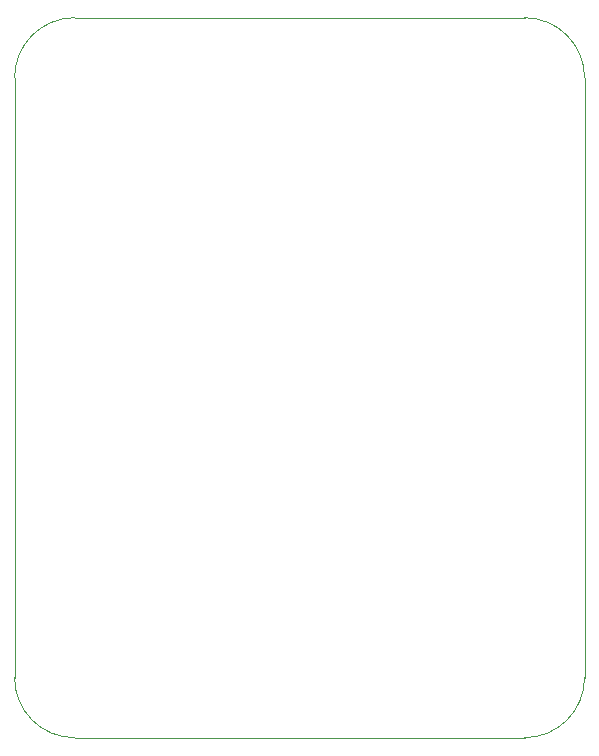
<source format=gbr>
%TF.GenerationSoftware,KiCad,Pcbnew,8.0.5*%
%TF.CreationDate,2025-06-27T14:54:40-05:00*%
%TF.ProjectId,ULACIT 2025,554c4143-4954-4203-9230-32352e6b6963,rev?*%
%TF.SameCoordinates,Original*%
%TF.FileFunction,Profile,NP*%
%FSLAX46Y46*%
G04 Gerber Fmt 4.6, Leading zero omitted, Abs format (unit mm)*
G04 Created by KiCad (PCBNEW 8.0.5) date 2025-06-27 14:54:40*
%MOMM*%
%LPD*%
G01*
G04 APERTURE LIST*
%TA.AperFunction,Profile*%
%ADD10C,0.050000*%
%TD*%
G04 APERTURE END LIST*
D10*
X27940000Y-27940000D02*
G75*
G02*
X33020000Y-22860000I5080000J0D01*
G01*
X33020000Y-22860000D02*
X71120000Y-22860000D01*
X33020000Y-83820000D02*
G75*
G02*
X27940000Y-78740000I0J5080000D01*
G01*
X27940000Y-78740000D02*
X27940000Y-27940000D01*
X71120000Y-22860000D02*
G75*
G02*
X76200000Y-27940000I0J-5080000D01*
G01*
X76200000Y-27940000D02*
X76200000Y-78740000D01*
X76200000Y-78740000D02*
G75*
G02*
X71120000Y-83820000I-5080000J0D01*
G01*
X71120000Y-83820000D02*
X33020000Y-83820000D01*
M02*

</source>
